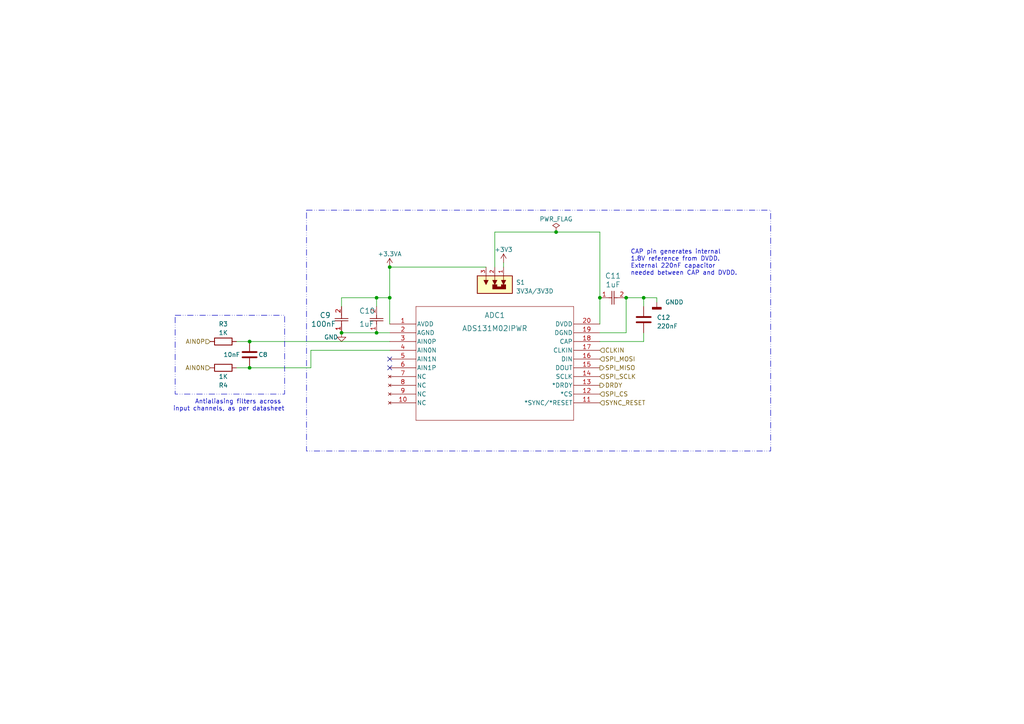
<source format=kicad_sch>
(kicad_sch (version 20230121) (generator eeschema)

  (uuid bf64407f-ee1d-401b-86d3-073be2443a2b)

  (paper "A4")

  (lib_symbols
    (symbol "ADS131M02:ADS131M02IPWR" (pin_names (offset 0.254)) (in_bom yes) (on_board yes)
      (property "Reference" "ADC1" (at 30.48 2.54 0)
        (effects (font (size 1.524 1.524)))
      )
      (property "Value" "ADS131M02IPWR" (at 30.48 -1.27 0)
        (effects (font (size 1.524 1.524)))
      )
      (property "Footprint" "ADS131M02:TSSOP20_PW_TEX" (at 0 0 0)
        (effects (font (size 1.27 1.27) italic) hide)
      )
      (property "Datasheet" "https://www.ti.com/lit/gpn/ads131m02" (at 0 0 0)
        (effects (font (size 1.27 1.27) italic) hide)
      )
      (property "ki_locked" "" (at 0 0 0)
        (effects (font (size 1.27 1.27)))
      )
      (property "ki_keywords" "ADS131M02IPWR" (at 0 0 0)
        (effects (font (size 1.27 1.27)) hide)
      )
      (property "ki_fp_filters" "TSSOP20_PW_TEX TSSOP20_PW_TEX-M TSSOP20_PW_TEX-L" (at 0 0 0)
        (effects (font (size 1.27 1.27)) hide)
      )
      (symbol "ADS131M02IPWR_0_1"
        (polyline
          (pts
            (xy 7.62 -27.94)
            (xy 53.34 -27.94)
          )
          (stroke (width 0.127) (type default))
          (fill (type none))
        )
        (polyline
          (pts
            (xy 7.62 5.08)
            (xy 7.62 -27.94)
          )
          (stroke (width 0.127) (type default))
          (fill (type none))
        )
        (polyline
          (pts
            (xy 53.34 -27.94)
            (xy 53.34 5.08)
          )
          (stroke (width 0.127) (type default))
          (fill (type none))
        )
        (polyline
          (pts
            (xy 53.34 5.08)
            (xy 7.62 5.08)
          )
          (stroke (width 0.127) (type default))
          (fill (type none))
        )
        (pin power_in line (at 0 0 0) (length 7.62)
          (name "AVDD" (effects (font (size 1.27 1.27))))
          (number "1" (effects (font (size 1.27 1.27))))
        )
        (pin no_connect line (at 0 -22.86 0) (length 7.62)
          (name "NC" (effects (font (size 1.27 1.27))))
          (number "10" (effects (font (size 1.27 1.27))))
        )
        (pin input line (at 60.96 -22.86 180) (length 7.62)
          (name "*SYNC/*RESET" (effects (font (size 1.27 1.27))))
          (number "11" (effects (font (size 1.27 1.27))))
        )
        (pin input line (at 60.96 -20.32 180) (length 7.62)
          (name "*CS" (effects (font (size 1.27 1.27))))
          (number "12" (effects (font (size 1.27 1.27))))
        )
        (pin output line (at 60.96 -17.78 180) (length 7.62)
          (name "*DRDY" (effects (font (size 1.27 1.27))))
          (number "13" (effects (font (size 1.27 1.27))))
        )
        (pin input line (at 60.96 -15.24 180) (length 7.62)
          (name "SCLK" (effects (font (size 1.27 1.27))))
          (number "14" (effects (font (size 1.27 1.27))))
        )
        (pin output line (at 60.96 -12.7 180) (length 7.62)
          (name "DOUT" (effects (font (size 1.27 1.27))))
          (number "15" (effects (font (size 1.27 1.27))))
        )
        (pin input line (at 60.96 -10.16 180) (length 7.62)
          (name "DIN" (effects (font (size 1.27 1.27))))
          (number "16" (effects (font (size 1.27 1.27))))
        )
        (pin input line (at 60.96 -7.62 180) (length 7.62)
          (name "CLKIN" (effects (font (size 1.27 1.27))))
          (number "17" (effects (font (size 1.27 1.27))))
        )
        (pin power_in line (at 60.96 0 180) (length 7.62)
          (name "DVDD" (effects (font (size 1.27 1.27))))
          (number "20" (effects (font (size 1.27 1.27))))
        )
        (pin no_connect line (at 0 -15.24 0) (length 7.62)
          (name "NC" (effects (font (size 1.27 1.27))))
          (number "7" (effects (font (size 1.27 1.27))))
        )
        (pin no_connect line (at 0 -17.78 0) (length 7.62)
          (name "NC" (effects (font (size 1.27 1.27))))
          (number "8" (effects (font (size 1.27 1.27))))
        )
        (pin no_connect line (at 0 -20.32 0) (length 7.62)
          (name "NC" (effects (font (size 1.27 1.27))))
          (number "9" (effects (font (size 1.27 1.27))))
        )
      )
      (symbol "ADS131M02IPWR_1_1"
        (pin bidirectional line (at 60.96 -5.08 180) (length 7.62)
          (name "CAP" (effects (font (size 1.27 1.27))))
          (number "18" (effects (font (size 1.27 1.27))))
        )
        (pin power_in line (at 60.96 -2.54 180) (length 7.62)
          (name "DGND" (effects (font (size 1.27 1.27))))
          (number "19" (effects (font (size 1.27 1.27))))
        )
        (pin power_in line (at 0 -2.54 0) (length 7.62)
          (name "AGND" (effects (font (size 1.27 1.27))))
          (number "2" (effects (font (size 1.27 1.27))))
        )
        (pin input line (at 0 -5.08 0) (length 7.62)
          (name "AIN0P" (effects (font (size 1.27 1.27))))
          (number "3" (effects (font (size 1.27 1.27))))
        )
        (pin input line (at 0 -7.62 0) (length 7.62)
          (name "AIN0N" (effects (font (size 1.27 1.27))))
          (number "4" (effects (font (size 1.27 1.27))))
        )
        (pin input line (at 0 -10.16 0) (length 7.62)
          (name "AIN1N" (effects (font (size 1.27 1.27))))
          (number "5" (effects (font (size 1.27 1.27))))
        )
        (pin input line (at 0 -12.7 0) (length 7.62)
          (name "AIN1P" (effects (font (size 1.27 1.27))))
          (number "6" (effects (font (size 1.27 1.27))))
        )
      )
    )
    (symbol "C2012X7R1H105K125AE_1" (pin_names (offset 0.254)) (in_bom yes) (on_board yes)
      (property "Reference" "C5" (at 3.81 5.08 0)
        (effects (font (size 1.524 1.524)))
      )
      (property "Value" "1uF" (at 3.81 2.54 0)
        (effects (font (size 1.524 1.524)))
      )
      (property "Footprint" "C2012_1UF:CAP_2012_TDK" (at 1.27 7.62 0)
        (effects (font (size 1.27 1.27) italic) hide)
      )
      (property "Datasheet" "C2012X7R1H105K125AE" (at 1.27 7.62 0)
        (effects (font (size 1.27 1.27) italic) hide)
      )
      (property "ki_locked" "" (at 0 0 0)
        (effects (font (size 1.27 1.27)))
      )
      (property "ki_keywords" "C2012X7R1H105K125AE" (at 0 0 0)
        (effects (font (size 1.27 1.27)) hide)
      )
      (property "ki_fp_filters" "CAP_2012_TDK CAP_2012_TDK-M CAP_2012_TDK-L" (at 0 0 0)
        (effects (font (size 1.27 1.27)) hide)
      )
      (symbol "C2012X7R1H105K125AE_1_1_1"
        (polyline
          (pts
            (xy 2.54 0)
            (xy 3.4798 0)
          )
          (stroke (width 0.2032) (type default))
          (fill (type none))
        )
        (polyline
          (pts
            (xy 3.4798 -1.905)
            (xy 3.4798 1.905)
          )
          (stroke (width 0.2032) (type default))
          (fill (type none))
        )
        (polyline
          (pts
            (xy 4.1148 -1.905)
            (xy 4.1148 1.905)
          )
          (stroke (width 0.2032) (type default))
          (fill (type none))
        )
        (polyline
          (pts
            (xy 4.1148 0)
            (xy 5.08 0)
          )
          (stroke (width 0.2032) (type default))
          (fill (type none))
        )
        (pin passive line (at 0 0 0) (length 2.54)
          (name "" (effects (font (size 1.27 1.27))))
          (number "1" (effects (font (size 1.27 1.27))))
        )
        (pin passive line (at 7.62 0 180) (length 2.54)
          (name "" (effects (font (size 1.27 1.27))))
          (number "2" (effects (font (size 1.27 1.27))))
        )
      )
      (symbol "C2012X7R1H105K125AE_1_1_2"
        (polyline
          (pts
            (xy -1.905 -4.1148)
            (xy 1.905 -4.1148)
          )
          (stroke (width 0.2032) (type default))
          (fill (type none))
        )
        (polyline
          (pts
            (xy -1.905 -3.4798)
            (xy 1.905 -3.4798)
          )
          (stroke (width 0.2032) (type default))
          (fill (type none))
        )
        (polyline
          (pts
            (xy 0 -4.1148)
            (xy 0 -5.08)
          )
          (stroke (width 0.2032) (type default))
          (fill (type none))
        )
        (polyline
          (pts
            (xy 0 -2.54)
            (xy 0 -3.4798)
          )
          (stroke (width 0.2032) (type default))
          (fill (type none))
        )
        (pin unspecified line (at 0 0 270) (length 2.54)
          (name "" (effects (font (size 1.27 1.27))))
          (number "1" (effects (font (size 1.27 1.27))))
        )
        (pin unspecified line (at 0 -7.62 90) (length 2.54)
          (name "" (effects (font (size 1.27 1.27))))
          (number "2" (effects (font (size 1.27 1.27))))
        )
      )
    )
    (symbol "C2012X7R1H105K125AE_2" (pin_names (offset 0.254)) (in_bom yes) (on_board yes)
      (property "Reference" "C7" (at -6.35 6.35 90)
        (effects (font (size 1.524 1.524)) (justify right))
      )
      (property "Value" "100nF" (at -8.89 3.81 90)
        (effects (font (size 1.524 1.524)) (justify right))
      )
      (property "Footprint" "C2012_1UF:CAP_2012_TDK" (at -1.27 6.35 0)
        (effects (font (size 1.27 1.27) italic) hide)
      )
      (property "Datasheet" "C2012X7R1H105K125AE" (at 0 6.35 0)
        (effects (font (size 1.27 1.27) italic) hide)
      )
      (property "ki_locked" "" (at 0 0 0)
        (effects (font (size 1.27 1.27)))
      )
      (property "ki_keywords" "C2012X7R1H105K125AE" (at 0 0 0)
        (effects (font (size 1.27 1.27)) hide)
      )
      (property "ki_fp_filters" "CAP_2012_TDK CAP_2012_TDK-M CAP_2012_TDK-L" (at 0 0 0)
        (effects (font (size 1.27 1.27)) hide)
      )
      (symbol "C2012X7R1H105K125AE_2_1_1"
        (polyline
          (pts
            (xy 2.54 0)
            (xy 3.4798 0)
          )
          (stroke (width 0.2032) (type default))
          (fill (type none))
        )
        (polyline
          (pts
            (xy 3.4798 -1.905)
            (xy 3.4798 1.905)
          )
          (stroke (width 0.2032) (type default))
          (fill (type none))
        )
        (polyline
          (pts
            (xy 4.1148 -1.905)
            (xy 4.1148 1.905)
          )
          (stroke (width 0.2032) (type default))
          (fill (type none))
        )
        (polyline
          (pts
            (xy 4.1148 0)
            (xy 5.08 0)
          )
          (stroke (width 0.2032) (type default))
          (fill (type none))
        )
        (pin passive line (at 0 0 0) (length 2.54)
          (name "" (effects (font (size 1.27 1.27))))
          (number "1" (effects (font (size 1.27 1.27))))
        )
        (pin passive line (at 7.62 0 180) (length 2.54)
          (name "" (effects (font (size 1.27 1.27))))
          (number "2" (effects (font (size 1.27 1.27))))
        )
      )
      (symbol "C2012X7R1H105K125AE_2_1_2"
        (polyline
          (pts
            (xy -1.905 -4.1148)
            (xy 1.905 -4.1148)
          )
          (stroke (width 0.2032) (type default))
          (fill (type none))
        )
        (polyline
          (pts
            (xy -1.905 -3.4798)
            (xy 1.905 -3.4798)
          )
          (stroke (width 0.2032) (type default))
          (fill (type none))
        )
        (polyline
          (pts
            (xy 0 -4.1148)
            (xy 0 -5.08)
          )
          (stroke (width 0.2032) (type default))
          (fill (type none))
        )
        (polyline
          (pts
            (xy 0 -2.54)
            (xy 0 -3.4798)
          )
          (stroke (width 0.2032) (type default))
          (fill (type none))
        )
        (pin unspecified line (at 0 0 270) (length 2.54)
          (name "" (effects (font (size 1.27 1.27))))
          (number "1" (effects (font (size 1.27 1.27))))
        )
        (pin unspecified line (at 0 -7.62 90) (length 2.54)
          (name "" (effects (font (size 1.27 1.27))))
          (number "2" (effects (font (size 1.27 1.27))))
        )
      )
    )
    (symbol "C2012_1UF:C2012X7R1H105K125AE" (pin_names (offset 0.254)) (in_bom yes) (on_board yes)
      (property "Reference" "C1" (at -6.35 6.35 90)
        (effects (font (size 1.524 1.524)) (justify right))
      )
      (property "Value" "1uF" (at -6.35 3.81 90)
        (effects (font (size 1.524 1.524)) (justify right))
      )
      (property "Footprint" "C2012_1UF:CAP_2012_TDK" (at 0 6.35 0)
        (effects (font (size 1.27 1.27) italic) hide)
      )
      (property "Datasheet" "C2012X7R1H105K125AE" (at 0 6.35 0)
        (effects (font (size 1.27 1.27) italic) hide)
      )
      (property "ki_locked" "" (at 0 0 0)
        (effects (font (size 1.27 1.27)))
      )
      (property "ki_keywords" "C2012X7R1H105K125AE" (at 0 0 0)
        (effects (font (size 1.27 1.27)) hide)
      )
      (property "ki_fp_filters" "CAP_2012_TDK CAP_2012_TDK-M CAP_2012_TDK-L" (at 0 0 0)
        (effects (font (size 1.27 1.27)) hide)
      )
      (symbol "C2012X7R1H105K125AE_1_1"
        (polyline
          (pts
            (xy 2.54 0)
            (xy 3.4798 0)
          )
          (stroke (width 0.2032) (type default))
          (fill (type none))
        )
        (polyline
          (pts
            (xy 3.4798 -1.905)
            (xy 3.4798 1.905)
          )
          (stroke (width 0.2032) (type default))
          (fill (type none))
        )
        (polyline
          (pts
            (xy 4.1148 -1.905)
            (xy 4.1148 1.905)
          )
          (stroke (width 0.2032) (type default))
          (fill (type none))
        )
        (polyline
          (pts
            (xy 4.1148 0)
            (xy 5.08 0)
          )
          (stroke (width 0.2032) (type default))
          (fill (type none))
        )
        (pin passive line (at 0 0 0) (length 2.54)
          (name "" (effects (font (size 1.27 1.27))))
          (number "1" (effects (font (size 1.27 1.27))))
        )
        (pin passive line (at 7.62 0 180) (length 2.54)
          (name "" (effects (font (size 1.27 1.27))))
          (number "2" (effects (font (size 1.27 1.27))))
        )
      )
      (symbol "C2012X7R1H105K125AE_1_2"
        (polyline
          (pts
            (xy -1.905 -4.1148)
            (xy 1.905 -4.1148)
          )
          (stroke (width 0.2032) (type default))
          (fill (type none))
        )
        (polyline
          (pts
            (xy -1.905 -3.4798)
            (xy 1.905 -3.4798)
          )
          (stroke (width 0.2032) (type default))
          (fill (type none))
        )
        (polyline
          (pts
            (xy 0 -4.1148)
            (xy 0 -5.08)
          )
          (stroke (width 0.2032) (type default))
          (fill (type none))
        )
        (polyline
          (pts
            (xy 0 -2.54)
            (xy 0 -3.4798)
          )
          (stroke (width 0.2032) (type default))
          (fill (type none))
        )
        (pin unspecified line (at 0 0 270) (length 2.54)
          (name "" (effects (font (size 1.27 1.27))))
          (number "1" (effects (font (size 1.27 1.27))))
        )
        (pin unspecified line (at 0 -7.62 90) (length 2.54)
          (name "" (effects (font (size 1.27 1.27))))
          (number "2" (effects (font (size 1.27 1.27))))
        )
      )
    )
    (symbol "Device:C" (pin_numbers hide) (pin_names (offset 0.254)) (in_bom yes) (on_board yes)
      (property "Reference" "C" (at 0.635 2.54 0)
        (effects (font (size 1.27 1.27)) (justify left))
      )
      (property "Value" "C" (at 0.635 -2.54 0)
        (effects (font (size 1.27 1.27)) (justify left))
      )
      (property "Footprint" "" (at 0.9652 -3.81 0)
        (effects (font (size 1.27 1.27)) hide)
      )
      (property "Datasheet" "~" (at 0 0 0)
        (effects (font (size 1.27 1.27)) hide)
      )
      (property "ki_keywords" "cap capacitor" (at 0 0 0)
        (effects (font (size 1.27 1.27)) hide)
      )
      (property "ki_description" "Unpolarized capacitor" (at 0 0 0)
        (effects (font (size 1.27 1.27)) hide)
      )
      (property "ki_fp_filters" "C_*" (at 0 0 0)
        (effects (font (size 1.27 1.27)) hide)
      )
      (symbol "C_0_1"
        (polyline
          (pts
            (xy -2.032 -0.762)
            (xy 2.032 -0.762)
          )
          (stroke (width 0.508) (type default))
          (fill (type none))
        )
        (polyline
          (pts
            (xy -2.032 0.762)
            (xy 2.032 0.762)
          )
          (stroke (width 0.508) (type default))
          (fill (type none))
        )
      )
      (symbol "C_1_1"
        (pin passive line (at 0 3.81 270) (length 2.794)
          (name "~" (effects (font (size 1.27 1.27))))
          (number "1" (effects (font (size 1.27 1.27))))
        )
        (pin passive line (at 0 -3.81 90) (length 2.794)
          (name "~" (effects (font (size 1.27 1.27))))
          (number "2" (effects (font (size 1.27 1.27))))
        )
      )
    )
    (symbol "Device:R" (pin_numbers hide) (pin_names (offset 0)) (in_bom yes) (on_board yes)
      (property "Reference" "R" (at 2.032 0 90)
        (effects (font (size 1.27 1.27)))
      )
      (property "Value" "R" (at 0 0 90)
        (effects (font (size 1.27 1.27)))
      )
      (property "Footprint" "" (at -1.778 0 90)
        (effects (font (size 1.27 1.27)) hide)
      )
      (property "Datasheet" "~" (at 0 0 0)
        (effects (font (size 1.27 1.27)) hide)
      )
      (property "ki_keywords" "R res resistor" (at 0 0 0)
        (effects (font (size 1.27 1.27)) hide)
      )
      (property "ki_description" "Resistor" (at 0 0 0)
        (effects (font (size 1.27 1.27)) hide)
      )
      (property "ki_fp_filters" "R_*" (at 0 0 0)
        (effects (font (size 1.27 1.27)) hide)
      )
      (symbol "R_0_1"
        (rectangle (start -1.016 -2.54) (end 1.016 2.54)
          (stroke (width 0.254) (type default))
          (fill (type none))
        )
      )
      (symbol "R_1_1"
        (pin passive line (at 0 3.81 270) (length 1.27)
          (name "~" (effects (font (size 1.27 1.27))))
          (number "1" (effects (font (size 1.27 1.27))))
        )
        (pin passive line (at 0 -3.81 90) (length 1.27)
          (name "~" (effects (font (size 1.27 1.27))))
          (number "2" (effects (font (size 1.27 1.27))))
        )
      )
    )
    (symbol "SPDT_switch:EG1218" (pin_names (offset 1.016)) (in_bom yes) (on_board yes)
      (property "Reference" "S" (at -5.08 5.842 0)
        (effects (font (size 1.27 1.27)) (justify left bottom))
      )
      (property "Value" "EG1218" (at -5.08 -7.62 0)
        (effects (font (size 1.27 1.27)) (justify left bottom))
      )
      (property "Footprint" "EG1218:SW_EG1218" (at 0 0 0)
        (effects (font (size 1.27 1.27)) (justify bottom) hide)
      )
      (property "Datasheet" "" (at 0 0 0)
        (effects (font (size 1.27 1.27)) hide)
      )
      (property "MF" "E-Switch" (at 0 0 0)
        (effects (font (size 1.27 1.27)) (justify bottom) hide)
      )
      (property "DESCRIPTION" "Slide Switch SPDT Through Hole" (at 0 0 0)
        (effects (font (size 1.27 1.27)) (justify bottom) hide)
      )
      (property "PACKAGE" "None" (at 0 0 0)
        (effects (font (size 1.27 1.27)) (justify bottom) hide)
      )
      (property "PRICE" "None" (at 0 0 0)
        (effects (font (size 1.27 1.27)) (justify bottom) hide)
      )
      (property "MP" "EG1218" (at 0 0 0)
        (effects (font (size 1.27 1.27)) (justify bottom) hide)
      )
      (property "AVAILABILITY" "In Stock" (at 0 0 0)
        (effects (font (size 1.27 1.27)) (justify bottom) hide)
      )
      (property "PURCHASE-URL" "https://pricing.snapeda.com/search/part/EG1218/?ref=eda" (at 0 0 0)
        (effects (font (size 1.27 1.27)) (justify bottom) hide)
      )
      (symbol "EG1218_0_0"
        (rectangle (start -2.54 -5.08) (end 2.54 5.08)
          (stroke (width 0.254) (type default))
          (fill (type background))
        )
        (polyline
          (pts
            (xy -2.54 -2.54)
            (xy -1.27 -2.54)
          )
          (stroke (width 0.1524) (type default))
          (fill (type none))
        )
        (polyline
          (pts
            (xy -2.54 0)
            (xy -1.27 0)
          )
          (stroke (width 0.1524) (type default))
          (fill (type none))
        )
        (polyline
          (pts
            (xy -2.54 2.54)
            (xy -1.27 2.54)
          )
          (stroke (width 0.1524) (type default))
          (fill (type none))
        )
        (polyline
          (pts
            (xy -1.27 -1.905)
            (xy -1.27 -3.175)
            (xy 0 -2.54)
            (xy -1.27 -1.905)
          )
          (stroke (width 0.1524) (type default))
          (fill (type outline))
        )
        (polyline
          (pts
            (xy -1.27 0.635)
            (xy -1.27 -0.635)
            (xy 0 0)
            (xy -1.27 0.635)
          )
          (stroke (width 0.1524) (type default))
          (fill (type outline))
        )
        (polyline
          (pts
            (xy -1.27 3.175)
            (xy -1.27 1.905)
            (xy 0 2.54)
            (xy -1.27 3.175)
          )
          (stroke (width 0.1524) (type default))
          (fill (type outline))
        )
        (polyline
          (pts
            (xy 0 1.905)
            (xy 0 3.175)
            (xy 1.27 3.175)
            (xy 1.27 -0.635)
            (xy 0 -0.635)
            (xy 0 0.635)
            (xy 0.635 0.635)
            (xy 0.635 1.905)
            (xy 0 1.905)
          )
          (stroke (width 0.1524) (type default))
          (fill (type outline))
        )
        (pin passive line (at -5.08 2.54 0) (length 2.54)
          (name "~" (effects (font (size 1.016 1.016))))
          (number "1" (effects (font (size 1.016 1.016))))
        )
        (pin passive line (at -5.08 0 0) (length 2.54)
          (name "~" (effects (font (size 1.016 1.016))))
          (number "2" (effects (font (size 1.016 1.016))))
        )
        (pin passive line (at -5.08 -2.54 0) (length 2.54)
          (name "~" (effects (font (size 1.016 1.016))))
          (number "3" (effects (font (size 1.016 1.016))))
        )
      )
    )
    (symbol "power:+3.3VA" (power) (pin_names (offset 0)) (in_bom yes) (on_board yes)
      (property "Reference" "#PWR" (at 0 -3.81 0)
        (effects (font (size 1.27 1.27)) hide)
      )
      (property "Value" "+3.3VA" (at 0 3.556 0)
        (effects (font (size 1.27 1.27)))
      )
      (property "Footprint" "" (at 0 0 0)
        (effects (font (size 1.27 1.27)) hide)
      )
      (property "Datasheet" "" (at 0 0 0)
        (effects (font (size 1.27 1.27)) hide)
      )
      (property "ki_keywords" "global power" (at 0 0 0)
        (effects (font (size 1.27 1.27)) hide)
      )
      (property "ki_description" "Power symbol creates a global label with name \"+3.3VA\"" (at 0 0 0)
        (effects (font (size 1.27 1.27)) hide)
      )
      (symbol "+3.3VA_0_1"
        (polyline
          (pts
            (xy -0.762 1.27)
            (xy 0 2.54)
          )
          (stroke (width 0) (type default))
          (fill (type none))
        )
        (polyline
          (pts
            (xy 0 0)
            (xy 0 2.54)
          )
          (stroke (width 0) (type default))
          (fill (type none))
        )
        (polyline
          (pts
            (xy 0 2.54)
            (xy 0.762 1.27)
          )
          (stroke (width 0) (type default))
          (fill (type none))
        )
      )
      (symbol "+3.3VA_1_1"
        (pin power_in line (at 0 0 90) (length 0) hide
          (name "+3.3VA" (effects (font (size 1.27 1.27))))
          (number "1" (effects (font (size 1.27 1.27))))
        )
      )
    )
    (symbol "power:+3V3" (power) (pin_names (offset 0)) (in_bom yes) (on_board yes)
      (property "Reference" "#PWR" (at 0 -3.81 0)
        (effects (font (size 1.27 1.27)) hide)
      )
      (property "Value" "+3V3" (at 0 3.556 0)
        (effects (font (size 1.27 1.27)))
      )
      (property "Footprint" "" (at 0 0 0)
        (effects (font (size 1.27 1.27)) hide)
      )
      (property "Datasheet" "" (at 0 0 0)
        (effects (font (size 1.27 1.27)) hide)
      )
      (property "ki_keywords" "global power" (at 0 0 0)
        (effects (font (size 1.27 1.27)) hide)
      )
      (property "ki_description" "Power symbol creates a global label with name \"+3V3\"" (at 0 0 0)
        (effects (font (size 1.27 1.27)) hide)
      )
      (symbol "+3V3_0_1"
        (polyline
          (pts
            (xy -0.762 1.27)
            (xy 0 2.54)
          )
          (stroke (width 0) (type default))
          (fill (type none))
        )
        (polyline
          (pts
            (xy 0 0)
            (xy 0 2.54)
          )
          (stroke (width 0) (type default))
          (fill (type none))
        )
        (polyline
          (pts
            (xy 0 2.54)
            (xy 0.762 1.27)
          )
          (stroke (width 0) (type default))
          (fill (type none))
        )
      )
      (symbol "+3V3_1_1"
        (pin power_in line (at 0 0 90) (length 0) hide
          (name "+3V3" (effects (font (size 1.27 1.27))))
          (number "1" (effects (font (size 1.27 1.27))))
        )
      )
    )
    (symbol "power:GND" (power) (pin_names (offset 0)) (in_bom yes) (on_board yes)
      (property "Reference" "#PWR" (at 0 -6.35 0)
        (effects (font (size 1.27 1.27)) hide)
      )
      (property "Value" "GND" (at 0 -3.81 0)
        (effects (font (size 1.27 1.27)))
      )
      (property "Footprint" "" (at 0 0 0)
        (effects (font (size 1.27 1.27)) hide)
      )
      (property "Datasheet" "" (at 0 0 0)
        (effects (font (size 1.27 1.27)) hide)
      )
      (property "ki_keywords" "global power" (at 0 0 0)
        (effects (font (size 1.27 1.27)) hide)
      )
      (property "ki_description" "Power symbol creates a global label with name \"GND\" , ground" (at 0 0 0)
        (effects (font (size 1.27 1.27)) hide)
      )
      (symbol "GND_0_1"
        (polyline
          (pts
            (xy 0 0)
            (xy 0 -1.27)
            (xy 1.27 -1.27)
            (xy 0 -2.54)
            (xy -1.27 -1.27)
            (xy 0 -1.27)
          )
          (stroke (width 0) (type default))
          (fill (type none))
        )
      )
      (symbol "GND_1_1"
        (pin power_in line (at 0 0 270) (length 0) hide
          (name "GND" (effects (font (size 1.27 1.27))))
          (number "1" (effects (font (size 1.27 1.27))))
        )
      )
    )
    (symbol "power:GNDD" (power) (pin_names (offset 0)) (in_bom yes) (on_board yes)
      (property "Reference" "#PWR" (at 0 -6.35 0)
        (effects (font (size 1.27 1.27)) hide)
      )
      (property "Value" "GNDD" (at 0 -3.175 0)
        (effects (font (size 1.27 1.27)))
      )
      (property "Footprint" "" (at 0 0 0)
        (effects (font (size 1.27 1.27)) hide)
      )
      (property "Datasheet" "" (at 0 0 0)
        (effects (font (size 1.27 1.27)) hide)
      )
      (property "ki_keywords" "global power" (at 0 0 0)
        (effects (font (size 1.27 1.27)) hide)
      )
      (property "ki_description" "Power symbol creates a global label with name \"GNDD\" , digital ground" (at 0 0 0)
        (effects (font (size 1.27 1.27)) hide)
      )
      (symbol "GNDD_0_1"
        (rectangle (start -1.27 -1.524) (end 1.27 -2.032)
          (stroke (width 0.254) (type default))
          (fill (type outline))
        )
        (polyline
          (pts
            (xy 0 0)
            (xy 0 -1.524)
          )
          (stroke (width 0) (type default))
          (fill (type none))
        )
      )
      (symbol "GNDD_1_1"
        (pin power_in line (at 0 0 270) (length 0) hide
          (name "GNDD" (effects (font (size 1.27 1.27))))
          (number "1" (effects (font (size 1.27 1.27))))
        )
      )
    )
    (symbol "power:PWR_FLAG" (power) (pin_numbers hide) (pin_names (offset 0) hide) (in_bom yes) (on_board yes)
      (property "Reference" "#FLG" (at 0 1.905 0)
        (effects (font (size 1.27 1.27)) hide)
      )
      (property "Value" "PWR_FLAG" (at 0 3.81 0)
        (effects (font (size 1.27 1.27)))
      )
      (property "Footprint" "" (at 0 0 0)
        (effects (font (size 1.27 1.27)) hide)
      )
      (property "Datasheet" "~" (at 0 0 0)
        (effects (font (size 1.27 1.27)) hide)
      )
      (property "ki_keywords" "flag power" (at 0 0 0)
        (effects (font (size 1.27 1.27)) hide)
      )
      (property "ki_description" "Special symbol for telling ERC where power comes from" (at 0 0 0)
        (effects (font (size 1.27 1.27)) hide)
      )
      (symbol "PWR_FLAG_0_0"
        (pin power_out line (at 0 0 90) (length 0)
          (name "pwr" (effects (font (size 1.27 1.27))))
          (number "1" (effects (font (size 1.27 1.27))))
        )
      )
      (symbol "PWR_FLAG_0_1"
        (polyline
          (pts
            (xy 0 0)
            (xy 0 1.27)
            (xy -1.016 1.905)
            (xy 0 2.54)
            (xy 1.016 1.905)
            (xy 0 1.27)
          )
          (stroke (width 0) (type default))
          (fill (type none))
        )
      )
    )
  )

  (junction (at 113.03 77.47) (diameter 0) (color 0 0 0 0)
    (uuid 3675c690-b090-409a-aed3-d05cf2adf01c)
  )
  (junction (at 72.39 99.06) (diameter 0) (color 0 0 0 0)
    (uuid 38c3b9be-ea9e-42e2-9d90-bc80fd001d50)
  )
  (junction (at 161.29 67.31) (diameter 0) (color 0 0 0 0)
    (uuid 4d033115-d488-4c7f-8445-6dc6da1edad3)
  )
  (junction (at 72.39 106.68) (diameter 0) (color 0 0 0 0)
    (uuid 66a7b4f0-dd91-4b3e-9a32-c889c59dab2e)
  )
  (junction (at 186.69 86.36) (diameter 0) (color 0 0 0 0)
    (uuid ac5dc2a1-eb81-4b02-bef7-0bf10a145b23)
  )
  (junction (at 113.03 86.36) (diameter 0) (color 0 0 0 0)
    (uuid bccbc459-6e08-4dfe-bfca-35c8b4e8c1c8)
  )
  (junction (at 181.61 86.36) (diameter 0) (color 0 0 0 0)
    (uuid bff2e31e-98c6-4048-9d70-b791dbaf5773)
  )
  (junction (at 173.99 86.36) (diameter 0) (color 0 0 0 0)
    (uuid da5a0cfa-ed3a-4465-afc0-b7f09c31fa59)
  )
  (junction (at 109.22 96.52) (diameter 0) (color 0 0 0 0)
    (uuid e1f71d03-7024-4bd6-b801-adda7d43dd2f)
  )
  (junction (at 99.06 96.52) (diameter 0) (color 0 0 0 0)
    (uuid f10be37d-551c-4741-9aef-aa476a5e2539)
  )
  (junction (at 109.22 86.36) (diameter 0) (color 0 0 0 0)
    (uuid fd9d1285-4112-425c-bac6-0ef7e2b6bf41)
  )

  (no_connect (at 113.03 106.68) (uuid 3dd4e068-9ae0-4964-bfed-24c8ed1f5a4e))
  (no_connect (at 113.03 104.14) (uuid ea2b5541-311a-44d8-bd2c-84cb78e2e410))

  (wire (pts (xy 186.69 99.06) (xy 173.99 99.06))
    (stroke (width 0) (type default))
    (uuid 0b99d3e2-e4c5-4dac-8c47-6b46cc339933)
  )
  (wire (pts (xy 190.5 87.63) (xy 190.5 86.36))
    (stroke (width 0) (type default))
    (uuid 0bed9c97-7690-4319-a4a4-8d3a03c22711)
  )
  (wire (pts (xy 113.03 77.47) (xy 140.97 77.47))
    (stroke (width 0) (type default))
    (uuid 0c0a27ac-2750-4a80-9eae-0c767403f2f2)
  )
  (wire (pts (xy 161.29 67.31) (xy 173.99 67.31))
    (stroke (width 0) (type default))
    (uuid 2a86fe71-126e-402c-9781-9dea4e0cc30a)
  )
  (wire (pts (xy 99.06 96.52) (xy 109.22 96.52))
    (stroke (width 0) (type default))
    (uuid 2b32c7a0-c2d2-4aeb-9f03-20e956807918)
  )
  (wire (pts (xy 90.17 101.6) (xy 113.03 101.6))
    (stroke (width 0) (type default))
    (uuid 3afcd9b0-b42f-41fd-aed1-f8ffc58fa641)
  )
  (wire (pts (xy 99.06 86.36) (xy 109.22 86.36))
    (stroke (width 0) (type default))
    (uuid 3b632d3b-8a95-48d6-8a35-ec9d7b7c4901)
  )
  (wire (pts (xy 72.39 99.06) (xy 113.03 99.06))
    (stroke (width 0) (type default))
    (uuid 3e27e4c5-6714-4c65-9e84-6190a1ee08fd)
  )
  (wire (pts (xy 190.5 86.36) (xy 186.69 86.36))
    (stroke (width 0) (type default))
    (uuid 516ac9b5-0617-4c4a-aca6-03619d68c4aa)
  )
  (wire (pts (xy 99.06 86.36) (xy 99.06 88.9))
    (stroke (width 0) (type default))
    (uuid 542b342f-a38d-4312-8666-d6fed77f3dc0)
  )
  (wire (pts (xy 173.99 86.36) (xy 173.99 93.98))
    (stroke (width 0) (type default))
    (uuid 6441dc99-8a74-4603-a445-322e5fe3a6aa)
  )
  (wire (pts (xy 90.17 106.68) (xy 90.17 101.6))
    (stroke (width 0) (type default))
    (uuid 6545a8f9-e784-42bc-8164-859df63c58da)
  )
  (wire (pts (xy 181.61 86.36) (xy 186.69 86.36))
    (stroke (width 0) (type default))
    (uuid 672f184b-3b4f-491f-b7b9-bed8c54e6a8f)
  )
  (wire (pts (xy 181.61 86.36) (xy 181.61 96.52))
    (stroke (width 0) (type default))
    (uuid 723ec6f8-126e-4d68-b0f9-12827b702a23)
  )
  (wire (pts (xy 113.03 77.47) (xy 113.03 86.36))
    (stroke (width 0) (type default))
    (uuid 853dab58-18d5-4ea3-9195-635f6f2b09a8)
  )
  (wire (pts (xy 72.39 106.68) (xy 90.17 106.68))
    (stroke (width 0) (type default))
    (uuid 875a172a-f761-4cc4-bad2-f4813b2139b2)
  )
  (wire (pts (xy 109.22 96.52) (xy 113.03 96.52))
    (stroke (width 0) (type default))
    (uuid 8f66bc35-540d-493e-b47b-47071e859b18)
  )
  (wire (pts (xy 181.61 96.52) (xy 173.99 96.52))
    (stroke (width 0) (type default))
    (uuid 98bc705f-b2bd-462e-8703-8b3241667342)
  )
  (wire (pts (xy 143.51 67.31) (xy 143.51 77.47))
    (stroke (width 0) (type default))
    (uuid ade9fa7b-acf7-48ad-9490-d9a22c297bde)
  )
  (wire (pts (xy 68.58 99.06) (xy 72.39 99.06))
    (stroke (width 0) (type default))
    (uuid b05dad95-ece9-4597-b94b-bc8d7fbce31c)
  )
  (wire (pts (xy 173.99 67.31) (xy 173.99 86.36))
    (stroke (width 0) (type default))
    (uuid b409efda-7d59-4d01-85d5-c28ec28c8ebf)
  )
  (wire (pts (xy 186.69 88.9) (xy 186.69 86.36))
    (stroke (width 0) (type default))
    (uuid b4f2c114-c1a6-4d3f-af04-1ca45cdf6cc3)
  )
  (wire (pts (xy 113.03 93.98) (xy 113.03 86.36))
    (stroke (width 0) (type default))
    (uuid b61a541d-e6c3-4d73-9051-9d7c53312a8f)
  )
  (wire (pts (xy 68.58 106.68) (xy 72.39 106.68))
    (stroke (width 0) (type default))
    (uuid b628b26d-c7e1-4a21-ab36-4e5b25c9ba13)
  )
  (wire (pts (xy 143.51 67.31) (xy 161.29 67.31))
    (stroke (width 0) (type default))
    (uuid c1fd6fbf-1131-4415-8e2f-bba167f549f0)
  )
  (wire (pts (xy 109.22 88.9) (xy 109.22 86.36))
    (stroke (width 0) (type default))
    (uuid ca409d81-79c8-45d5-8567-59006d0a930e)
  )
  (wire (pts (xy 113.03 86.36) (xy 109.22 86.36))
    (stroke (width 0) (type default))
    (uuid d5526497-b10b-4381-9471-0f1d0695df09)
  )
  (wire (pts (xy 186.69 96.52) (xy 186.69 99.06))
    (stroke (width 0) (type default))
    (uuid ef86ea90-92dc-4410-84be-e337d08dd97a)
  )
  (wire (pts (xy 146.05 77.47) (xy 146.05 76.2))
    (stroke (width 0) (type default))
    (uuid f5ebf13e-351c-4548-a9ad-b978bfa087d3)
  )

  (rectangle (start 88.9 60.96) (end 223.52 130.81)
    (stroke (width 0) (type dash_dot_dot))
    (fill (type none))
    (uuid 96693400-1ffe-44c7-bc3f-4f604ae25f03)
  )
  (rectangle (start 50.8 91.44) (end 82.55 114.3)
    (stroke (width 0) (type dash_dot_dot))
    (fill (type none))
    (uuid d69d7dbe-73da-44a8-9e26-0a94abff5312)
  )

  (text "Antialiasing filters across \ninput channels, as per datasheet\n"
    (at 82.55 119.38 0)
    (effects (font (size 1.27 1.27)) (justify right bottom))
    (uuid 2b0cf5b7-620b-4f37-aeb4-cd313b588a8c)
  )
  (text "CAP pin generates internal \n1.8V reference from DVDD. \nExternal 220nF capacitor \nneeded between CAP and DVDD."
    (at 182.88 80.01 0)
    (effects (font (size 1.27 1.27)) (justify left bottom))
    (uuid 8cd3418b-333c-415a-95c1-e20b2fdc65d8)
  )

  (hierarchical_label "CLKIN" (shape input) (at 173.99 101.6 0) (fields_autoplaced)
    (effects (font (size 1.27 1.27)) (justify left))
    (uuid 2d49c473-9128-48bb-ae32-616241050151)
  )
  (hierarchical_label "SPI_MISO" (shape output) (at 173.99 106.68 0) (fields_autoplaced)
    (effects (font (size 1.27 1.27)) (justify left))
    (uuid 3cdc45ca-313f-4d2e-804f-5bb8edf2969a)
  )
  (hierarchical_label "AIN0N" (shape input) (at 60.96 106.68 180) (fields_autoplaced)
    (effects (font (size 1.27 1.27)) (justify right))
    (uuid 96fd0724-04a0-4b4c-b169-2166e3dc9f0b)
  )
  (hierarchical_label "SYNC_RESET" (shape input) (at 173.99 116.84 0) (fields_autoplaced)
    (effects (font (size 1.27 1.27)) (justify left))
    (uuid a61dd3b2-b93b-47c9-b5fc-cc9c4c3d9788)
  )
  (hierarchical_label "SPI_SCLK" (shape input) (at 173.99 109.22 0) (fields_autoplaced)
    (effects (font (size 1.27 1.27)) (justify left))
    (uuid b0b480ec-9358-452c-9646-053d1c73abd6)
  )
  (hierarchical_label "SPI_MOSI" (shape input) (at 173.99 104.14 0) (fields_autoplaced)
    (effects (font (size 1.27 1.27)) (justify left))
    (uuid b9d40d15-1da5-4694-a957-f2ead1e1163e)
  )
  (hierarchical_label "DRDY" (shape output) (at 173.99 111.76 0) (fields_autoplaced)
    (effects (font (size 1.27 1.27)) (justify left))
    (uuid bae5e09e-7614-4af2-83a9-fa09742e9c72)
  )
  (hierarchical_label "AIN0P" (shape input) (at 60.96 99.06 180) (fields_autoplaced)
    (effects (font (size 1.27 1.27)) (justify right))
    (uuid c3961231-992e-448c-a4a7-4c5b5615cb2c)
  )
  (hierarchical_label "SPI_CS" (shape input) (at 173.99 114.3 0) (fields_autoplaced)
    (effects (font (size 1.27 1.27)) (justify left))
    (uuid ea41f2b7-681d-498f-a429-aae873b831b1)
  )

  (symbol (lib_id "C2012_1UF:C2012X7R1H105K125AE") (at 109.22 96.52 90) (unit 1)
    (in_bom yes) (on_board yes) (dnp no)
    (uuid 320db0e7-d7f6-46e9-ae79-f7dc69eb1992)
    (property "Reference" "C10" (at 104.14 90.17 90)
      (effects (font (size 1.524 1.524)) (justify right))
    )
    (property "Value" "1uF" (at 104.14 93.98 90)
      (effects (font (size 1.524 1.524)) (justify right))
    )
    (property "Footprint" "Capacitor_SMD:C_0603_1608Metric_Pad1.08x0.95mm_HandSolder" (at 102.87 96.52 0)
      (effects (font (size 1.27 1.27) italic) hide)
    )
    (property "Datasheet" "C2012X7R1H105K125AE" (at 102.87 96.52 0)
      (effects (font (size 1.27 1.27) italic) hide)
    )
    (pin "1" (uuid c4897f92-5cbf-4037-a1bd-41fcb03f7c9f))
    (pin "2" (uuid 9e03c3bc-d05f-4013-89b9-0a4395d3620b))
    (instances
      (project "PCB_rev1"
        (path "/420b1871-e553-4672-be8f-bcca7ed43833/acdaecb6-453c-42e5-bc6d-21f35b714330"
          (reference "C10") (unit 1)
        )
      )
      (project "PCB_files"
        (path "/b7743f61-67eb-464d-a18d-e6f474f02623"
          (reference "C1") (unit 1)
        )
      )
    )
  )

  (symbol (lib_id "power:+3.3VA") (at 113.03 77.47 0) (unit 1)
    (in_bom yes) (on_board yes) (dnp no)
    (uuid 44f6a350-ad0b-4461-80da-8058b3846fb8)
    (property "Reference" "#PWR038" (at 113.03 81.28 0)
      (effects (font (size 1.27 1.27)) hide)
    )
    (property "Value" "+3.3VA" (at 113.03 73.66 0)
      (effects (font (size 1.27 1.27)))
    )
    (property "Footprint" "" (at 113.03 77.47 0)
      (effects (font (size 1.27 1.27)) hide)
    )
    (property "Datasheet" "" (at 113.03 77.47 0)
      (effects (font (size 1.27 1.27)) hide)
    )
    (pin "1" (uuid af155256-47ef-4f68-92b3-972bb48dbf0b))
    (instances
      (project "PCB_rev1"
        (path "/420b1871-e553-4672-be8f-bcca7ed43833/acdaecb6-453c-42e5-bc6d-21f35b714330"
          (reference "#PWR038") (unit 1)
        )
      )
    )
  )

  (symbol (lib_id "power:GND") (at 99.06 96.52 0) (unit 1)
    (in_bom yes) (on_board yes) (dnp no)
    (uuid 46810f01-9ba8-4584-bc2f-132fab303c0c)
    (property "Reference" "#PWR037" (at 99.06 102.87 0)
      (effects (font (size 1.27 1.27)) hide)
    )
    (property "Value" "AGND" (at 93.98 97.79 0)
      (effects (font (size 1.27 1.27)) (justify left))
    )
    (property "Footprint" "" (at 99.06 96.52 0)
      (effects (font (size 1.27 1.27)) hide)
    )
    (property "Datasheet" "" (at 99.06 96.52 0)
      (effects (font (size 1.27 1.27)) hide)
    )
    (pin "1" (uuid c206f3d0-761e-40f1-8318-32fcd3f2f9df))
    (instances
      (project "PCB_rev1"
        (path "/420b1871-e553-4672-be8f-bcca7ed43833/acdaecb6-453c-42e5-bc6d-21f35b714330"
          (reference "#PWR037") (unit 1)
        )
      )
      (project "PCB_files"
        (path "/b7743f61-67eb-464d-a18d-e6f474f02623"
          (reference "#PWR06") (unit 1)
        )
      )
    )
  )

  (symbol (lib_name "C2012X7R1H105K125AE_1") (lib_id "C2012_1UF:C2012X7R1H105K125AE") (at 173.99 86.36 0) (unit 1)
    (in_bom yes) (on_board yes) (dnp no)
    (uuid 4953b56c-bf36-4318-997e-8f884b01702a)
    (property "Reference" "C11" (at 177.8 80.01 0)
      (effects (font (size 1.524 1.524)))
    )
    (property "Value" "1uF" (at 177.8 82.55 0)
      (effects (font (size 1.524 1.524)))
    )
    (property "Footprint" "Capacitor_SMD:C_0603_1608Metric_Pad1.08x0.95mm_HandSolder" (at 175.26 78.74 0)
      (effects (font (size 1.27 1.27) italic) hide)
    )
    (property "Datasheet" "C2012X7R1H105K125AE" (at 175.26 78.74 0)
      (effects (font (size 1.27 1.27) italic) hide)
    )
    (pin "1" (uuid a64d315c-8eb3-4124-b661-e28b5c8fab24))
    (pin "2" (uuid ee762577-3443-4007-bd36-b475dcb568d9))
    (instances
      (project "PCB_rev1"
        (path "/420b1871-e553-4672-be8f-bcca7ed43833/acdaecb6-453c-42e5-bc6d-21f35b714330"
          (reference "C11") (unit 1)
        )
      )
      (project "PCB_files"
        (path "/b7743f61-67eb-464d-a18d-e6f474f02623"
          (reference "C16") (unit 1)
        )
      )
    )
  )

  (symbol (lib_id "power:PWR_FLAG") (at 161.29 67.31 0) (unit 1)
    (in_bom yes) (on_board yes) (dnp no) (fields_autoplaced)
    (uuid 50ccfa4f-b7ef-428d-8ba8-d5135a836607)
    (property "Reference" "#FLG07" (at 161.29 65.405 0)
      (effects (font (size 1.27 1.27)) hide)
    )
    (property "Value" "PWR_FLAG" (at 161.29 63.5433 0)
      (effects (font (size 1.27 1.27)))
    )
    (property "Footprint" "" (at 161.29 67.31 0)
      (effects (font (size 1.27 1.27)) hide)
    )
    (property "Datasheet" "~" (at 161.29 67.31 0)
      (effects (font (size 1.27 1.27)) hide)
    )
    (pin "1" (uuid b4af5668-2f33-43bc-a100-4e212161ad1e))
    (instances
      (project "PCB_rev1"
        (path "/420b1871-e553-4672-be8f-bcca7ed43833/acdaecb6-453c-42e5-bc6d-21f35b714330"
          (reference "#FLG07") (unit 1)
        )
      )
    )
  )

  (symbol (lib_id "power:+3V3") (at 146.05 76.2 0) (unit 1)
    (in_bom yes) (on_board yes) (dnp no) (fields_autoplaced)
    (uuid 527356bb-6835-4a4f-8bd0-3a7821966c54)
    (property "Reference" "#PWR039" (at 146.05 80.01 0)
      (effects (font (size 1.27 1.27)) hide)
    )
    (property "Value" "+3V3" (at 146.05 72.39 0)
      (effects (font (size 1.27 1.27)))
    )
    (property "Footprint" "" (at 146.05 76.2 0)
      (effects (font (size 1.27 1.27)) hide)
    )
    (property "Datasheet" "" (at 146.05 76.2 0)
      (effects (font (size 1.27 1.27)) hide)
    )
    (pin "1" (uuid d5b94964-6316-4797-ab75-775cd0726443))
    (instances
      (project "PCB_rev1"
        (path "/420b1871-e553-4672-be8f-bcca7ed43833/acdaecb6-453c-42e5-bc6d-21f35b714330"
          (reference "#PWR039") (unit 1)
        )
      )
    )
  )

  (symbol (lib_id "Device:C") (at 186.69 92.71 0) (unit 1)
    (in_bom yes) (on_board yes) (dnp no) (fields_autoplaced)
    (uuid 67506b6e-6c1b-4cec-b2c6-6d26c3ad6ec9)
    (property "Reference" "C12" (at 190.5 92.075 0)
      (effects (font (size 1.27 1.27)) (justify left))
    )
    (property "Value" "220nF" (at 190.5 94.615 0)
      (effects (font (size 1.27 1.27)) (justify left))
    )
    (property "Footprint" "Capacitor_SMD:C_0603_1608Metric_Pad1.08x0.95mm_HandSolder" (at 187.6552 96.52 0)
      (effects (font (size 1.27 1.27)) hide)
    )
    (property "Datasheet" "~" (at 186.69 92.71 0)
      (effects (font (size 1.27 1.27)) hide)
    )
    (pin "1" (uuid 9fcfd153-82a9-4243-98c7-35297b3dca4c))
    (pin "2" (uuid a2129b5b-b343-42c6-9987-c45da8615652))
    (instances
      (project "PCB_rev1"
        (path "/420b1871-e553-4672-be8f-bcca7ed43833/acdaecb6-453c-42e5-bc6d-21f35b714330"
          (reference "C12") (unit 1)
        )
      )
      (project "PCB_files"
        (path "/b7743f61-67eb-464d-a18d-e6f474f02623"
          (reference "C3") (unit 1)
        )
      )
    )
  )

  (symbol (lib_id "power:GNDD") (at 190.5 87.63 0) (unit 1)
    (in_bom yes) (on_board yes) (dnp no)
    (uuid 7110bdd0-e37f-4eb3-ba65-7e2ff769490e)
    (property "Reference" "#PWR034" (at 190.5 93.98 0)
      (effects (font (size 1.27 1.27)) hide)
    )
    (property "Value" "GNDD" (at 195.58 87.63 0)
      (effects (font (size 1.27 1.27)))
    )
    (property "Footprint" "" (at 190.5 87.63 0)
      (effects (font (size 1.27 1.27)) hide)
    )
    (property "Datasheet" "" (at 190.5 87.63 0)
      (effects (font (size 1.27 1.27)) hide)
    )
    (pin "1" (uuid 22861dfe-afee-441d-ac57-12fcb2a18f4b))
    (instances
      (project "PCB_rev1"
        (path "/420b1871-e553-4672-be8f-bcca7ed43833"
          (reference "#PWR034") (unit 1)
        )
        (path "/420b1871-e553-4672-be8f-bcca7ed43833/acdaecb6-453c-42e5-bc6d-21f35b714330"
          (reference "#PWR040") (unit 1)
        )
      )
    )
  )

  (symbol (lib_name "C2012X7R1H105K125AE_2") (lib_id "C2012_1UF:C2012X7R1H105K125AE") (at 99.06 96.52 90) (unit 1)
    (in_bom yes) (on_board yes) (dnp no)
    (uuid 881100b6-9529-486b-939f-b8c2228aaca1)
    (property "Reference" "C9" (at 92.71 91.44 90)
      (effects (font (size 1.524 1.524)) (justify right))
    )
    (property "Value" "100nF" (at 90.17 93.98 90)
      (effects (font (size 1.524 1.524)) (justify right))
    )
    (property "Footprint" "Capacitor_SMD:C_0603_1608Metric_Pad1.08x0.95mm_HandSolder" (at 92.71 97.79 0)
      (effects (font (size 1.27 1.27) italic) hide)
    )
    (property "Datasheet" "C2012X7R1H105K125AE" (at 92.71 96.52 0)
      (effects (font (size 1.27 1.27) italic) hide)
    )
    (pin "1" (uuid 6251a02f-59a0-4af0-b778-f9797a0573cc))
    (pin "2" (uuid 230dd26a-2871-4a1e-add2-6ede12c866f6))
    (instances
      (project "PCB_rev1"
        (path "/420b1871-e553-4672-be8f-bcca7ed43833/acdaecb6-453c-42e5-bc6d-21f35b714330"
          (reference "C9") (unit 1)
        )
      )
      (project "PCB_files"
        (path "/b7743f61-67eb-464d-a18d-e6f474f02623"
          (reference "C1") (unit 1)
        )
      )
    )
  )

  (symbol (lib_id "ADS131M02:ADS131M02IPWR") (at 113.03 93.98 0) (unit 1)
    (in_bom yes) (on_board yes) (dnp no)
    (uuid 8e55fc8d-3d77-45db-9fa9-3fae5a99a9d3)
    (property "Reference" "ADC1" (at 143.51 91.44 0)
      (effects (font (size 1.524 1.524)))
    )
    (property "Value" "ADS131M02IPWR" (at 143.51 95.25 0)
      (effects (font (size 1.524 1.524)))
    )
    (property "Footprint" "ADS131M02:TSSOP20_PW_TEX" (at 113.03 93.98 0)
      (effects (font (size 1.27 1.27) italic) hide)
    )
    (property "Datasheet" "https://www.ti.com/lit/gpn/ads131m02" (at 113.03 93.98 0)
      (effects (font (size 1.27 1.27) italic) hide)
    )
    (pin "1" (uuid a2e73521-afa2-4144-a6be-624c758d925a))
    (pin "10" (uuid b63cddd1-144e-4713-af98-45ff7e10a8d2))
    (pin "11" (uuid a495d519-f912-44b4-bc35-0ff6a078d1af))
    (pin "12" (uuid d4f9909a-4c3a-4ab1-928c-2d67b8759f58))
    (pin "13" (uuid 68aeea74-6d90-4f70-bf23-03281947b527))
    (pin "14" (uuid 298606d9-5216-4c3c-84b9-84312b2230d1))
    (pin "15" (uuid a658de36-4ecf-40c6-ace0-2781b12848a8))
    (pin "16" (uuid f88220b2-b00c-4bbb-857e-a14a9a2ff12a))
    (pin "17" (uuid 42d2983c-64fc-4835-a6e2-d5d6c2c38216))
    (pin "20" (uuid d6e88311-465f-4110-8780-73fb6c0f490c))
    (pin "7" (uuid 6d089d45-4ca0-4df2-8d56-41deb6533474))
    (pin "8" (uuid 47b6fc7e-6fce-4fe7-80d1-a838eff17057))
    (pin "9" (uuid ed8170a8-282f-49ef-99a8-20d2213ea54a))
    (pin "18" (uuid 115daed1-3721-4bfa-8695-45697d37d151))
    (pin "19" (uuid 12f36286-893f-42ff-ab40-162ce3a664bd))
    (pin "2" (uuid d6b364e3-bae9-44d4-9957-2165205aaddf))
    (pin "3" (uuid deedcb84-0279-4869-960a-9ee41b47b4ac))
    (pin "4" (uuid b20561ac-d707-47b0-aa71-47689c0815f2))
    (pin "5" (uuid b3c6655a-016a-4827-9109-ed953c2f4c95))
    (pin "6" (uuid 67faa522-3688-4177-a06c-2772a5159c2c))
    (instances
      (project "PCB_rev1"
        (path "/420b1871-e553-4672-be8f-bcca7ed43833/acdaecb6-453c-42e5-bc6d-21f35b714330"
          (reference "ADC1") (unit 1)
        )
      )
      (project "PCB_files"
        (path "/b7743f61-67eb-464d-a18d-e6f474f02623"
          (reference "ADC1") (unit 1)
        )
      )
    )
  )

  (symbol (lib_id "Device:C") (at 72.39 102.87 0) (unit 1)
    (in_bom yes) (on_board yes) (dnp no)
    (uuid 99665f08-43a1-4adc-87ea-ae722fea71c5)
    (property "Reference" "C8" (at 74.93 102.87 0)
      (effects (font (size 1.27 1.27)) (justify left))
    )
    (property "Value" "10nF" (at 64.77 102.87 0)
      (effects (font (size 1.27 1.27)) (justify left))
    )
    (property "Footprint" "Capacitor_SMD:C_0603_1608Metric_Pad1.08x0.95mm_HandSolder" (at 73.3552 106.68 0)
      (effects (font (size 1.27 1.27)) hide)
    )
    (property "Datasheet" "~" (at 72.39 102.87 0)
      (effects (font (size 1.27 1.27)) hide)
    )
    (pin "1" (uuid fd3c1d3e-8af7-490d-afea-51d95007d9e8))
    (pin "2" (uuid 3c4a4feb-442f-495a-bf26-9860a5fbdb64))
    (instances
      (project "PCB_rev1"
        (path "/420b1871-e553-4672-be8f-bcca7ed43833/acdaecb6-453c-42e5-bc6d-21f35b714330"
          (reference "C8") (unit 1)
        )
      )
      (project "PCB_files"
        (path "/b7743f61-67eb-464d-a18d-e6f474f02623"
          (reference "C4") (unit 1)
        )
      )
    )
  )

  (symbol (lib_id "Device:R") (at 64.77 99.06 90) (unit 1)
    (in_bom yes) (on_board yes) (dnp no)
    (uuid c8c95eae-dce3-443f-8aff-25cf591d1a3b)
    (property "Reference" "R3" (at 64.77 93.98 90)
      (effects (font (size 1.27 1.27)))
    )
    (property "Value" "1K" (at 64.77 96.52 90)
      (effects (font (size 1.27 1.27)))
    )
    (property "Footprint" "Resistor_SMD:R_0603_1608Metric_Pad0.98x0.95mm_HandSolder" (at 64.77 100.838 90)
      (effects (font (size 1.27 1.27)) hide)
    )
    (property "Datasheet" "~" (at 64.77 99.06 0)
      (effects (font (size 1.27 1.27)) hide)
    )
    (pin "1" (uuid c4f39cc1-1262-4ab0-99f2-72d3baebd639))
    (pin "2" (uuid 60f22868-bd88-4a7a-ac93-33bdc87bd598))
    (instances
      (project "PCB_rev1"
        (path "/420b1871-e553-4672-be8f-bcca7ed43833/acdaecb6-453c-42e5-bc6d-21f35b714330"
          (reference "R3") (unit 1)
        )
      )
      (project "PCB_files"
        (path "/b7743f61-67eb-464d-a18d-e6f474f02623"
          (reference "R7") (unit 1)
        )
      )
    )
  )

  (symbol (lib_id "SPDT_switch:EG1218") (at 143.51 82.55 270) (unit 1)
    (in_bom yes) (on_board yes) (dnp no) (fields_autoplaced)
    (uuid e3b66cd9-2770-4bee-b91e-27a8804438b3)
    (property "Reference" "S1" (at 149.6534 81.915 90)
      (effects (font (size 1.27 1.27)) (justify left))
    )
    (property "Value" "3V3A/3V3D" (at 149.6534 84.455 90)
      (effects (font (size 1.27 1.27)) (justify left))
    )
    (property "Footprint" "SPDT_switch:SW_EG1218" (at 143.51 82.55 0)
      (effects (font (size 1.27 1.27)) (justify bottom) hide)
    )
    (property "Datasheet" "https://configured-product-images.s3.amazonaws.com/Datasheets/EG.pdf" (at 143.51 82.55 0)
      (effects (font (size 1.27 1.27)) hide)
    )
    (property "MF" "E-Switch" (at 143.51 82.55 0)
      (effects (font (size 1.27 1.27)) (justify bottom) hide)
    )
    (property "DESCRIPTION" "Slide Switch SPDT Through Hole" (at 143.51 82.55 0)
      (effects (font (size 1.27 1.27)) (justify bottom) hide)
    )
    (property "PACKAGE" "None" (at 143.51 82.55 0)
      (effects (font (size 1.27 1.27)) (justify bottom) hide)
    )
    (property "PRICE" "None" (at 143.51 82.55 0)
      (effects (font (size 1.27 1.27)) (justify bottom) hide)
    )
    (property "MP" "EG1218" (at 143.51 82.55 0)
      (effects (font (size 1.27 1.27)) (justify bottom) hide)
    )
    (property "AVAILABILITY" "In Stock" (at 143.51 82.55 0)
      (effects (font (size 1.27 1.27)) (justify bottom) hide)
    )
    (property "PURCHASE-URL" "https://pricing.snapeda.com/search/part/EG1218/?ref=eda" (at 143.51 82.55 0)
      (effects (font (size 1.27 1.27)) (justify bottom) hide)
    )
    (pin "1" (uuid c42f0f34-d8ff-445f-bae2-3e233bf61fd8))
    (pin "2" (uuid 0a322762-af3e-4b8b-a402-bcbafe70a2db))
    (pin "3" (uuid 8525cae1-0d02-4854-843b-adab297d402c))
    (instances
      (project "PCB_rev1"
        (path "/420b1871-e553-4672-be8f-bcca7ed43833/acdaecb6-453c-42e5-bc6d-21f35b714330"
          (reference "S1") (unit 1)
        )
      )
    )
  )

  (symbol (lib_id "Device:R") (at 64.77 106.68 90) (mirror x) (unit 1)
    (in_bom yes) (on_board yes) (dnp no)
    (uuid e43d69e0-378e-49ae-bfef-ec3df1ef205f)
    (property "Reference" "R4" (at 64.77 111.76 90)
      (effects (font (size 1.27 1.27)))
    )
    (property "Value" "1K" (at 64.77 109.22 90)
      (effects (font (size 1.27 1.27)))
    )
    (property "Footprint" "Resistor_SMD:R_0603_1608Metric_Pad0.98x0.95mm_HandSolder" (at 64.77 104.902 90)
      (effects (font (size 1.27 1.27)) hide)
    )
    (property "Datasheet" "~" (at 64.77 106.68 0)
      (effects (font (size 1.27 1.27)) hide)
    )
    (pin "1" (uuid 401ad519-d202-42dc-8c0e-a006bce17e63))
    (pin "2" (uuid 0983d18a-2e18-498b-9376-d8237c5f019f))
    (instances
      (project "PCB_rev1"
        (path "/420b1871-e553-4672-be8f-bcca7ed43833/acdaecb6-453c-42e5-bc6d-21f35b714330"
          (reference "R4") (unit 1)
        )
      )
      (project "PCB_files"
        (path "/b7743f61-67eb-464d-a18d-e6f474f02623"
          (reference "R17") (unit 1)
        )
      )
    )
  )
)

</source>
